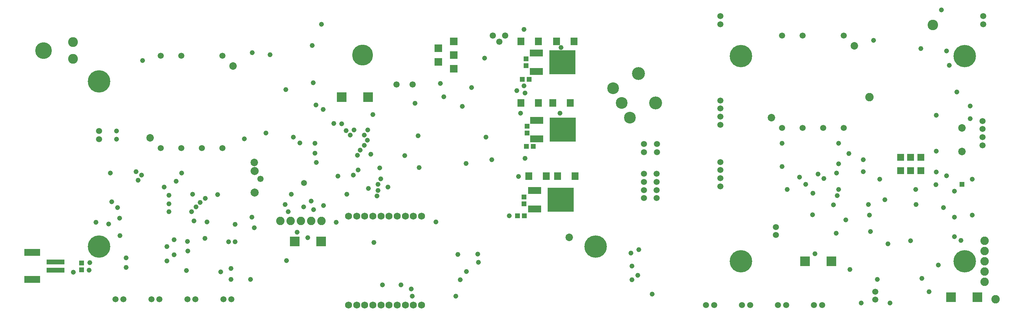
<source format=gbs>
G75*
G70*
%OFA0B0*%
%FSLAX24Y24*%
%IPPOS*%
%LPD*%
%AMOC8*
5,1,8,0,0,1.08239X$1,22.5*
%
%ADD10R,0.0513X0.0513*%
%ADD11R,0.1734X0.0513*%
%ADD12R,0.1537X0.0671*%
%ADD13C,0.0580*%
%ADD14C,0.0820*%
%ADD15R,0.0966X0.0966*%
%ADD16C,0.2180*%
%ADD17C,0.0595*%
%ADD18C,0.0680*%
%ADD19C,0.0954*%
%ADD20C,0.1619*%
%ADD21R,0.0730X0.0730*%
%ADD22C,0.2030*%
%ADD23R,0.0678X0.0722*%
%ADD24C,0.1261*%
%ADD25C,0.1145*%
%ADD26R,0.1261X0.0710*%
%ADD27R,0.2550X0.2360*%
%ADD28C,0.0730*%
%ADD29R,0.0674X0.0674*%
%ADD30C,0.0476*%
%ADD31C,0.0611*%
%ADD32C,0.0789*%
%ADD33R,0.0476X0.0476*%
%ADD34C,0.1025*%
D10*
X006304Y004845D03*
X006304Y005515D03*
X048719Y010130D03*
X049388Y010130D03*
X049354Y011295D03*
X049354Y011965D03*
X049569Y016880D03*
X050238Y016880D03*
X049654Y018195D03*
X049654Y018865D03*
X049838Y023430D03*
X049169Y023430D03*
X049554Y024745D03*
X049554Y025415D03*
D11*
X003785Y005624D03*
X003785Y004836D03*
D12*
X001521Y003911D03*
X001521Y006549D03*
D13*
X027954Y013330D03*
D14*
X027654Y009630D03*
X028654Y009630D03*
X029654Y009630D03*
X026654Y009630D03*
X025654Y009630D03*
X082954Y021685D03*
X094154Y007685D03*
X094154Y006685D03*
X094154Y005685D03*
X094154Y004685D03*
X094154Y003685D03*
X095204Y001985D03*
D15*
X093433Y002185D03*
X090874Y002185D03*
X079233Y005685D03*
X076674Y005685D03*
X029608Y007610D03*
X027049Y007610D03*
X031624Y021680D03*
X034183Y021680D03*
D16*
X008004Y023230D03*
X008004Y007130D03*
X056304Y007130D03*
X070454Y005685D03*
X092204Y005685D03*
X092204Y025685D03*
X070454Y025685D03*
D17*
X009610Y001980D03*
X010397Y001980D03*
X013110Y001980D03*
X013897Y001980D03*
X016610Y001980D03*
X017397Y001980D03*
X020110Y001980D03*
X020897Y001980D03*
X061004Y011849D03*
X062254Y011849D03*
X062254Y012636D03*
X061004Y012636D03*
X061004Y013424D03*
X062254Y013424D03*
X062254Y014211D03*
X061004Y014211D03*
X061004Y016336D03*
X062284Y016336D03*
X062284Y017124D03*
X061004Y017124D03*
X068454Y015366D03*
X068454Y014579D03*
X068454Y013791D03*
X068454Y013004D03*
X073854Y009029D03*
X073854Y008241D03*
X083504Y002729D03*
X083504Y001941D03*
X078347Y001435D03*
X077560Y001435D03*
X074847Y001435D03*
X074060Y001435D03*
X071347Y001435D03*
X070560Y001435D03*
X067847Y001435D03*
X067060Y001435D03*
X020004Y016730D03*
X018004Y016730D03*
X016004Y016730D03*
X014004Y016730D03*
X008004Y017586D03*
X008004Y018374D03*
X014004Y025730D03*
X016004Y025730D03*
X020004Y025730D03*
X068454Y028791D03*
X068454Y029579D03*
X074454Y027685D03*
X076454Y027685D03*
X080454Y027685D03*
X094004Y028791D03*
X094004Y029579D03*
X068454Y021366D03*
X068454Y020579D03*
X068454Y019791D03*
X068454Y019004D03*
X074454Y018685D03*
X076454Y018685D03*
X078454Y018685D03*
X080454Y018685D03*
X093954Y018579D03*
X093954Y017791D03*
X093954Y017004D03*
X093954Y019366D03*
D18*
X039373Y010091D03*
X038585Y010091D03*
X037798Y010091D03*
X037010Y010091D03*
X036223Y010091D03*
X035436Y010091D03*
X034648Y010091D03*
X033861Y010091D03*
X033073Y010091D03*
X032286Y010091D03*
X032286Y001429D03*
X033073Y001429D03*
X033861Y001429D03*
X034648Y001429D03*
X035436Y001429D03*
X036223Y001429D03*
X037010Y001429D03*
X037798Y001429D03*
X038585Y001429D03*
X039373Y001429D03*
D19*
X005492Y025415D03*
X005492Y027045D03*
D20*
X002602Y026230D03*
D21*
X041004Y026450D03*
X042504Y027120D03*
X042504Y025780D03*
X041004Y025110D03*
X042504Y024440D03*
D22*
X033634Y025780D03*
D23*
X049047Y027130D03*
X050740Y027130D03*
X052507Y027130D03*
X054200Y027130D03*
X053850Y021130D03*
X052157Y021130D03*
X050750Y021130D03*
X049057Y021130D03*
X049807Y013980D03*
X051500Y013980D03*
X052607Y013980D03*
X054300Y013980D03*
D24*
X062146Y021127D03*
X060491Y023993D03*
D25*
X058008Y022554D03*
X058833Y021125D03*
X059658Y019696D03*
D26*
X050594Y019430D03*
X050594Y017630D03*
X050394Y012580D03*
X050394Y010780D03*
X050544Y024180D03*
X050544Y025980D03*
D27*
X053079Y025080D03*
X053129Y018530D03*
X052929Y011680D03*
D28*
X053754Y008030D03*
X023104Y015330D03*
X012968Y017730D03*
X021039Y024730D03*
X073418Y019685D03*
X091954Y018685D03*
X091954Y016385D03*
X081489Y026685D03*
D29*
X085974Y015835D03*
X086954Y015835D03*
X087934Y015835D03*
X087934Y014535D03*
X086954Y014535D03*
X085974Y014535D03*
D30*
X083954Y013685D03*
X082354Y014435D03*
X079954Y015185D03*
X079754Y014285D03*
X078504Y013745D03*
X077954Y014185D03*
X076154Y013885D03*
X076754Y013185D03*
X074954Y012685D03*
X077440Y012322D03*
X079829Y012100D03*
X079954Y012685D03*
X079454Y011185D03*
X077404Y010237D03*
X080654Y009735D03*
X082954Y010185D03*
X082854Y011235D03*
X084454Y011685D03*
X087490Y011222D03*
X090154Y010935D03*
X091204Y010000D03*
X092954Y010185D03*
X091204Y008085D03*
X091854Y007735D03*
X086954Y007685D03*
X084754Y007375D03*
X083044Y008595D03*
X079704Y008435D03*
X077654Y006435D03*
X081054Y004885D03*
X083704Y003935D03*
X088054Y004035D03*
X088754Y002735D03*
X084954Y001635D03*
X082154Y001635D03*
X089654Y005335D03*
X091204Y012535D03*
X089417Y013148D03*
X087454Y012685D03*
X090454Y014035D03*
X089454Y014385D03*
X092954Y013685D03*
X089454Y016435D03*
X082354Y015585D03*
X080954Y016185D03*
X079954Y017185D03*
X074454Y017185D03*
X074454Y014935D03*
X089454Y019935D03*
X092754Y019585D03*
X092754Y020835D03*
X091454Y022185D03*
X090704Y024785D03*
X090454Y026185D03*
X087954Y026435D03*
X083354Y027235D03*
X089954Y030185D03*
X052954Y026530D03*
X049354Y028285D03*
X045504Y025480D03*
X041204Y023030D03*
X044254Y022630D03*
X041554Y021730D03*
X043354Y020780D03*
X038754Y021080D03*
X034654Y019980D03*
X031604Y019080D03*
X030854Y019130D03*
X032054Y018430D03*
X032804Y018480D03*
X034154Y018480D03*
X033804Y017980D03*
X034104Y017480D03*
X032454Y017980D03*
X033804Y016980D03*
X033404Y016530D03*
X033154Y016030D03*
X034454Y016130D03*
X037754Y015980D03*
X039154Y014830D03*
X035304Y014780D03*
X035404Y013730D03*
X035154Y013180D03*
X036104Y012930D03*
X035154Y012580D03*
X035045Y012063D03*
X034204Y012780D03*
X032104Y012230D03*
X029849Y011125D03*
X028664Y011545D03*
X027909Y010995D03*
X028879Y010725D03*
X026409Y010530D03*
X026104Y011230D03*
X026709Y012235D03*
X031254Y013980D03*
X032754Y014080D03*
X033204Y014580D03*
X029154Y015330D03*
X029004Y016230D03*
X029004Y017180D03*
X027554Y017230D03*
X026904Y017780D03*
X024254Y018180D03*
X022154Y017630D03*
X029804Y020480D03*
X029104Y020930D03*
X026179Y022425D03*
X028854Y023080D03*
X024654Y025830D03*
X022904Y026030D03*
X028754Y026730D03*
X029654Y028780D03*
X012234Y025245D03*
X009704Y018374D03*
X009704Y017580D03*
X009104Y014280D03*
X011604Y014430D03*
X012154Y014080D03*
X011804Y013580D03*
X014354Y012930D03*
X014804Y012130D03*
X017104Y012230D03*
X018354Y011830D03*
X017854Y011430D03*
X017454Y010980D03*
X017004Y010530D03*
X014804Y010530D03*
X014804Y011280D03*
X019554Y012180D03*
X015504Y013480D03*
X016054Y014280D03*
X009254Y011480D03*
X009804Y010930D03*
X010004Y009880D03*
X008954Y009330D03*
X007704Y009480D03*
X010054Y008180D03*
X014604Y007130D03*
X015304Y007778D03*
X016604Y007630D03*
X018304Y007930D03*
X020604Y007580D03*
X021254Y007580D03*
X016654Y006680D03*
X015304Y006330D03*
X014604Y005730D03*
X016514Y004805D03*
X019839Y004650D03*
X020854Y004980D03*
X020854Y003930D03*
X022754Y003930D03*
X026264Y005750D03*
X028329Y008000D03*
X027289Y008530D03*
X031084Y009475D03*
X034759Y007535D03*
X040779Y009530D03*
X047904Y010130D03*
X044854Y006380D03*
X042909Y006370D03*
X044904Y005580D03*
X043754Y004680D03*
X043154Y003880D03*
X042704Y002280D03*
X038479Y002280D03*
X038379Y002980D03*
X037379Y003380D03*
X035579Y003380D03*
X023104Y008970D03*
X021254Y009278D03*
X022889Y009975D03*
X018519Y009530D03*
X017254Y009630D03*
X010654Y006030D03*
X010654Y005080D03*
X007128Y005540D03*
X007054Y004830D03*
X005504Y004630D03*
X043704Y015230D03*
X046229Y015580D03*
X049454Y015730D03*
X048824Y013965D03*
X045654Y017780D03*
X049004Y020130D03*
X052854Y020130D03*
X049454Y022080D03*
X048654Y022330D03*
X049354Y022780D03*
X039054Y017930D03*
X060504Y006830D03*
X059754Y006480D03*
X059854Y005230D03*
X060404Y004330D03*
X059854Y003880D03*
X061804Y002480D03*
D31*
X023704Y013730D03*
X036954Y022930D03*
X038504Y022930D03*
X046954Y027080D03*
X047504Y027680D03*
X046304Y027680D03*
D32*
X023154Y014480D03*
X023154Y012380D03*
D33*
X091954Y013185D03*
D34*
X089104Y028735D03*
M02*

</source>
